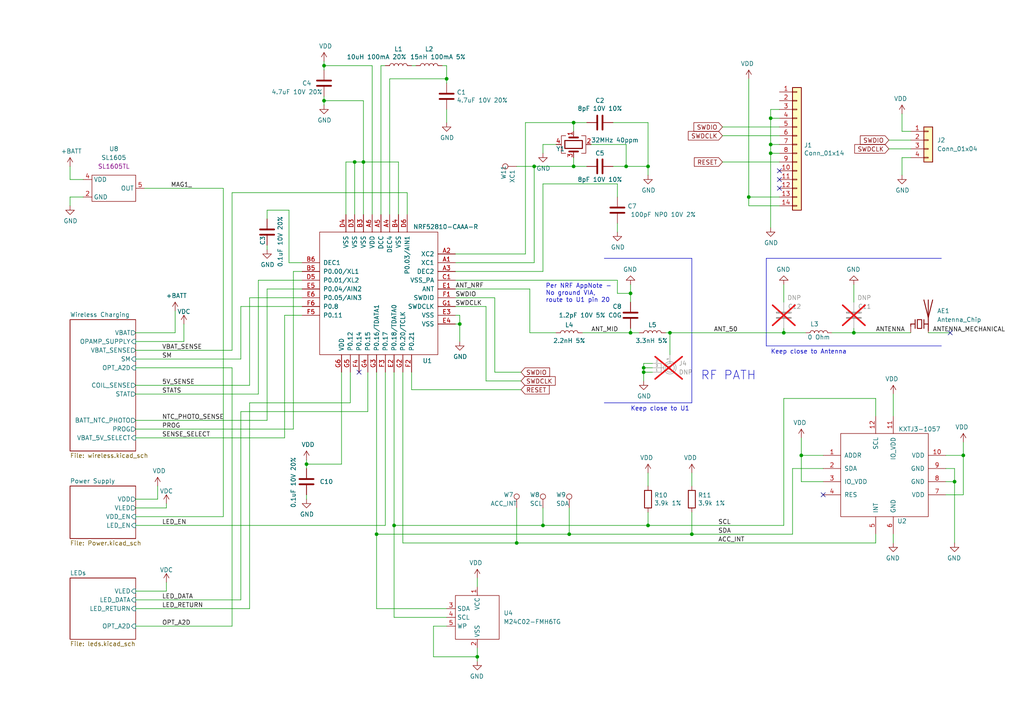
<source format=kicad_sch>
(kicad_sch (version 20250114) (generator "eeschema") (generator_version "9.0")
  (paper "A4")
  (title_block (title "Pixels D20V17 Schematic, Main") (date "2025-10-10") (rev "13") (company "Systemic Games, LLC") (comment 1 "Main MCU, Accelerometer and Radio"))
  (lib_symbols
    (symbol "Connector_Generic:Conn_01x04" (pin_names (offset 1.016) (hide yes))
      (property "Reference" "J" (at 0 5.08 0))
      (property "Value" "Conn_01x04" (at 0 -7.62 0))
      (symbol "Conn_01x04_1_1"
        (rectangle (start -1.27 3.81) (end 1.27 -6.35) (stroke (width 0.254)) (fill (type background)))
        (rectangle (start -1.27 2.667) (end 0 2.413) (stroke (width 0.1524)))
        (rectangle (start -1.27 0.127) (end 0 -0.127) (stroke (width 0.1524)))
        (rectangle (start -1.27 -2.413) (end 0 -2.667) (stroke (width 0.1524)))
        (rectangle (start -1.27 -4.953) (end 0 -5.207) (stroke (width 0.1524)))
        (pin passive line (at -5.08 2.54 0) (length 3.81) (name "Pin_1") (number "1"))
        (pin passive line (at -5.08 0 0) (length 3.81) (name "Pin_2") (number "2"))
        (pin passive line (at -5.08 -2.54 0) (length 3.81) (name "Pin_3") (number "3"))
        (pin passive line (at -5.08 -5.08 0) (length 3.81) (name "Pin_4") (number "4"))
      )
    )
    (symbol "Connector_Generic:Conn_01x14" (pin_names (offset 1.016) (hide yes))
      (property "Reference" "J" (at 0 17.78 0))
      (property "Value" "Conn_01x14" (at 0 -20.32 0))
      (symbol "Conn_01x14_1_1"
        (rectangle (start -1.27 16.51) (end 1.27 -19.05) (stroke (width 0.254)) (fill (type background)))
        (rectangle (start -1.27 15.367) (end 0 15.113) (stroke (width 0.1524)))
        (rectangle (start -1.27 12.827) (end 0 12.573) (stroke (width 0.1524)))
        (rectangle (start -1.27 10.287) (end 0 10.033) (stroke (width 0.1524)))
        (rectangle (start -1.27 7.747) (end 0 7.493) (stroke (width 0.1524)))
        (rectangle (start -1.27 5.207) (end 0 4.953) (stroke (width 0.1524)))
        (rectangle (start -1.27 2.667) (end 0 2.413) (stroke (width 0.1524)))
        (rectangle (start -1.27 0.127) (end 0 -0.127) (stroke (width 0.1524)))
        (rectangle (start -1.27 -2.413) (end 0 -2.667) (stroke (width 0.1524)))
        (rectangle (start -1.27 -4.953) (end 0 -5.207) (stroke (width 0.1524)))
        (rectangle (start -1.27 -7.493) (end 0 -7.747) (stroke (width 0.1524)))
        (rectangle (start -1.27 -10.033) (end 0 -10.287) (stroke (width 0.1524)))
        (rectangle (start -1.27 -12.573) (end 0 -12.827) (stroke (width 0.1524)))
        (rectangle (start -1.27 -15.113) (end 0 -15.367) (stroke (width 0.1524)))
        (rectangle (start -1.27 -17.653) (end 0 -17.907) (stroke (width 0.1524)))
        (pin passive line (at -5.08 15.24 0) (length 3.81) (name "Pin_1") (number "1"))
        (pin passive line (at -5.08 12.7 0) (length 3.81) (name "Pin_2") (number "2"))
        (pin passive line (at -5.08 10.16 0) (length 3.81) (name "Pin_3") (number "3"))
        (pin passive line (at -5.08 7.62 0) (length 3.81) (name "Pin_4") (number "4"))
        (pin passive line (at -5.08 5.08 0) (length 3.81) (name "Pin_5") (number "5"))
        (pin passive line (at -5.08 2.54 0) (length 3.81) (name "Pin_6") (number "6"))
        (pin passive line (at -5.08 0 0) (length 3.81) (name "Pin_7") (number "7"))
        (pin passive line (at -5.08 -2.54 0) (length 3.81) (name "Pin_8") (number "8"))
        (pin passive line (at -5.08 -5.08 0) (length 3.81) (name "Pin_9") (number "9"))
        (pin passive line (at -5.08 -7.62 0) (length 3.81) (name "Pin_10") (number "10"))
        (pin passive line (at -5.08 -10.16 0) (length 3.81) (name "Pin_11") (number "11"))
        (pin passive line (at -5.08 -12.7 0) (length 3.81) (name "Pin_12") (number "12"))
        (pin passive line (at -5.08 -15.24 0) (length 3.81) (name "Pin_13") (number "13"))
        (pin passive line (at -5.08 -17.78 0) (length 3.81) (name "Pin_14") (number "14"))
      )
    )
    (symbol "Device:Antenna_Chip" (pin_numbers (hide yes)) (pin_names (offset 1.016) (hide yes))
      (property "Reference" "AE" (at 0 5.08 0))
      (property "Value" "Antenna_Chip" (at 0 3.175 0))
      (symbol "Antenna_Chip_0_1"
        (polyline (pts (xy -2.54 0) (xy -2.54 -0.635)) (stroke (width 0.254)))
        (polyline (pts (xy -2.54 0) (xy -1.27 0)) (stroke (width 0.254)))
        (polyline (pts (xy -1.27 1.27) (xy -1.27 -1.27) (xy -1.27 0)) (stroke (width 0.254)))
        (polyline (pts (xy -0.635 1.27) (xy 0.635 1.27) (xy 0.635 -1.27) (xy -0.635 -1.27) (xy -0.635 1.27)) (stroke (width 0.254)))
        (polyline (pts (xy 1.27 1.27) (xy 1.27 -1.27)) (stroke (width 0.254)))
        (polyline (pts (xy 1.27 0) (xy 2.54 0)) (stroke (width 0.254)))
        (polyline (pts (xy 2.54 6.985) (xy 2.54 -1.905)) (stroke (width 0.254)))
        (polyline (pts (xy 2.54 -0.635) (xy 2.54 0)))
        (polyline (pts (xy 3.81 6.985) (xy 2.54 1.905) (xy 1.27 6.985)) (stroke (width 0.254)))
      )
      (symbol "Antenna_Chip_1_1"
        (pin input line (at -2.54 -2.54 90) (length 2.54) (name "FEED") (number "1"))
        (pin passive line (at 2.54 -2.54 90) (length 2.54) (name "PCB_Trace") (number "2"))
      )
    )
    (symbol "Device:C" (pin_numbers (hide yes)) (pin_names (offset 0.254))
      (property "Reference" "C" (at 0.635 2.54 0))
      (property "Value" "C" (at 0.635 -2.54 0))
      (symbol "C_0_1"
        (polyline (pts (xy -2.032 0.762) (xy 2.032 0.762)) (stroke (width 0.508)))
        (polyline (pts (xy -2.032 -0.762) (xy 2.032 -0.762)) (stroke (width 0.508)))
      )
      (symbol "C_1_1"
        (pin passive line (at 0 3.81 270) (length 2.794) (name "~") (number "1"))
        (pin passive line (at 0 -3.81 90) (length 2.794) (name "~") (number "2"))
      )
    )
    (symbol "Device:Crystal_GND24" (pin_names (offset 1.016) (hide yes))
      (property "Reference" "Y" (at 3.175 5.08 0))
      (property "Value" "Crystal_GND24" (at 3.175 3.175 0))
      (symbol "Crystal_GND24_0_1"
        (polyline (pts (xy -2.54 2.286) (xy -2.54 3.556) (xy 2.54 3.556) (xy 2.54 2.286)))
        (polyline (pts (xy -2.54 0) (xy -2.032 0)))
        (polyline (pts (xy -2.54 -2.286) (xy -2.54 -3.556) (xy 2.54 -3.556) (xy 2.54 -2.286)))
        (polyline (pts (xy -2.032 -1.27) (xy -2.032 1.27)) (stroke (width 0.508)))
        (rectangle (start -1.143 2.54) (end 1.143 -2.54) (stroke (width 0.3048)))
        (polyline (pts (xy 0 3.556) (xy 0 3.81)))
        (polyline (pts (xy 0 -3.81) (xy 0 -3.556)))
        (polyline (pts (xy 2.032 0) (xy 2.54 0)))
        (polyline (pts (xy 2.032 -1.27) (xy 2.032 1.27)) (stroke (width 0.508)))
      )
      (symbol "Crystal_GND24_1_1"
        (pin passive line (at -3.81 0 0) (length 1.27) (name "1") (number "1"))
        (pin passive line (at 0 5.08 270) (length 1.27) (name "2") (number "2"))
        (pin passive line (at 0 -5.08 90) (length 1.27) (name "4") (number "4"))
        (pin passive line (at 3.81 0 180) (length 1.27) (name "3") (number "3"))
      )
    )
    (symbol "Device:L" (pin_numbers (hide yes)) (pin_names (offset 1.016) (hide yes))
      (property "Reference" "L" (at -1.27 0 90))
      (property "Value" "L" (at 1.905 0 90))
      (symbol "L_0_1"
        (arc (start 0 2.54) (mid 0.6323 1.905) (end 0 1.27))
        (arc (start 0 1.27) (mid 0.6323 0.635) (end 0 0))
        (arc (start 0 0) (mid 0.6323 -0.635) (end 0 -1.27))
        (arc (start 0 -1.27) (mid 0.6323 -1.905) (end 0 -2.54))
      )
      (symbol "L_1_1"
        (pin passive line (at 0 3.81 270) (length 1.27) (name "1") (number "1"))
        (pin passive line (at 0 -3.81 90) (length 1.27) (name "2") (number "2"))
      )
    )
    (symbol "Device:R" (pin_numbers (hide yes)) (pin_names (offset 0))
      (property "Reference" "R" (at 2.032 0 90))
      (property "Value" "R" (at 0 0 90))
      (symbol "R_0_1"
        (rectangle (start -1.016 -2.54) (end 1.016 2.54) (stroke (width 0.254)))
      )
      (symbol "R_1_1"
        (pin passive line (at 0 3.81 270) (length 1.27) (name "~") (number "1"))
        (pin passive line (at 0 -3.81 90) (length 1.27) (name "~") (number "2"))
      )
    )
    (symbol "Pixels-dice:KXTJ3-1057" (pin_names (offset 1.016))
      (property "Reference" "U" (at 10.16 -12.7 0))
      (property "Value" "KXTJ3-1057" (at 8.89 13.97 0))
      (symbol "KXTJ3-1057_0_1"
        (rectangle (start -12.7 12.7) (end 12.7 -11.43))
      )
      (symbol "KXTJ3-1057_1_1"
        (pin input line (at -17.78 6.35 0) (length 5.08) (name "ADDR") (number "1"))
        (pin bidirectional line (at -17.78 2.54 0) (length 5.08) (name "SDA") (number "2"))
        (pin power_in line (at -17.78 -1.27 0) (length 5.08) (name "IO_VDD") (number "3"))
        (pin passive line (at -17.78 -5.08 0) (length 5.08) (name "RES") (number "4"))
        (pin input line (at -2.54 17.78 270) (length 5.08) (name "SCL") (number "12"))
        (pin output line (at -2.54 -16.51 90) (length 5.08) (name "INT") (number "5"))
        (pin power_in line (at 2.54 17.78 270) (length 5.08) (name "IO_VDD") (number "11"))
        (pin power_in line (at 2.54 -16.51 90) (length 5.08) (name "GND") (number "6"))
        (pin power_in line (at 17.78 6.35 180) (length 5.08) (name "VDD") (number "10"))
        (pin power_in line (at 17.78 2.54 180) (length 5.08) (name "GND") (number "9"))
        (pin power_in line (at 17.78 -1.27 180) (length 5.08) (name "GND") (number "8"))
        (pin power_in line (at 17.78 -5.08 180) (length 5.08) (name "VDD") (number "7"))
      )
    )
    (symbol "Pixels-dice:M24C02-FMH6TG"
      (property "Reference" "U" (at 7.62 1.524 0))
      (property "Value" "M24C02-FMH6TG" (at 15.24 -1.524 0))
      (symbol "M24C02-FMH6TG_0_1"
        (rectangle (start -6.35 6.35) (end 6.35 -6.35))
      )
      (symbol "M24C02-FMH6TG_1_1"
        (pin bidirectional line (at -8.89 2.54 0) (length 2.54) (name "SDA") (number "3"))
        (pin input line (at -8.89 0 0) (length 2.54) (name "SCL") (number "4"))
        (pin input line (at -8.89 -2.54 0) (length 2.54) (name "WP") (number "5"))
        (pin power_in line (at 0 8.89 270) (length 2.54) (name "VCC") (number "1"))
        (pin power_in line (at 0 -8.89 90) (length 2.54) (name "VSS") (number "2"))
      )
    )
    (symbol "Pixels-dice:NRF52811-CAAA-R" (pin_names (offset 1.016))
      (property "Reference" "U" (at 13.97 -19.05 0))
      (property "Value" "NRF52811-CAAA-R" (at -7.62 11.43 0))
      (symbol "NRF52811-CAAA-R_0_1"
        (rectangle (start -17.78 17.78) (end 16.51 -17.78))
      )
      (symbol "NRF52811-CAAA-R_1_1"
        (pin power_out line (at -22.86 8.89 0) (length 5.08) (name "DEC1") (number "B6"))
        (pin bidirectional line (at -22.86 6.35 0) (length 5.08) (name "P0.00/XL1") (number "B5"))
        (pin bidirectional line (at -22.86 3.81 0) (length 5.08) (name "P0.01/XL2") (number "D5"))
        (pin bidirectional line (at -22.86 1.27 0) (length 5.08) (name "P0.04/AIN2") (number "E5"))
        (pin bidirectional line (at -22.86 -1.27 0) (length 5.08) (name "P0.05/AIN3") (number "E6"))
        (pin bidirectional line (at -22.86 -3.81 0) (length 5.08) (name "P0.8") (number "F6"))
        (pin bidirectional line (at -22.86 -6.35 0) (length 5.08) (name "P0.11") (number "F5"))
        (pin power_in line (at -11.43 -22.86 90) (length 5.08) (name "VDD") (number "G6"))
        (pin power_in line (at -10.16 22.86 270) (length 5.08) (name "VSS") (number "D4"))
        (pin bidirectional line (at -8.89 -22.86 90) (length 5.08) (name "P0.12") (number "G5"))
        (pin power_in line (at -7.62 22.86 270) (length 5.08) (name "VSS") (number "D3"))
        (pin bidirectional line (at -6.35 -22.86 90) (length 5.08) (name "P0.14") (number "F4"))
        (pin power_in line (at -5.08 22.86 270) (length 5.08) (name "VSS") (number "B3"))
        (pin bidirectional line (at -3.81 -22.86 90) (length 5.08) (name "P0.15") (number "G4"))
        (pin power_in line (at -2.54 22.86 270) (length 5.08) (name "VDD") (number "A6"))
        (pin bidirectional line (at -1.27 -22.86 90) (length 5.08) (name "P0.16/TDATA1") (number "G3"))
        (pin output line (at 0 22.86 270) (length 5.08) (name "DCC") (number "A5"))
        (pin bidirectional line (at 1.27 -22.86 90) (length 5.08) (name "P0.17") (number "F3"))
        (pin output line (at 2.54 22.86 270) (length 5.08) (name "DEC4") (number "A4"))
        (pin bidirectional line (at 3.81 -22.86 90) (length 5.08) (name "P0.18/TDATA0") (number "E2"))
        (pin output line (at 5.08 22.86 270) (length 5.08) (name "VSS") (number "B4"))
        (pin bidirectional line (at 6.35 -22.86 90) (length 5.08) (name "P0.20/TCLK") (number "G2"))
        (pin bidirectional line (at 7.62 22.86 270) (length 5.08) (name "P0.03/AIN1") (number "D6"))
        (pin bidirectional line (at 8.89 -22.86 90) (length 5.08) (name "P0.21") (number "F2"))
        (pin input line (at 21.59 11.43 180) (length 5.08) (name "XC2") (number "A2"))
        (pin output line (at 21.59 8.89 180) (length 5.08) (name "XC1") (number "A1"))
        (pin output line (at 21.59 6.35 180) (length 5.08) (name "DEC2") (number "A3"))
        (pin power_in line (at 21.59 3.81 180) (length 5.08) (name "VSS_PA") (number "C1"))
        (pin output line (at 21.59 1.27 180) (length 5.08) (name "ANT") (number "E1"))
        (pin bidirectional line (at 21.59 -1.27 180) (length 5.08) (name "SWDIO") (number "F1"))
        (pin bidirectional line (at 21.59 -3.81 180) (length 5.08) (name "SWDCLK") (number "G1"))
        (pin power_in line (at 21.59 -6.35 180) (length 5.08) (name "VSS") (number "E3"))
        (pin power_in line (at 21.59 -8.89 180) (length 5.08) (name "VSS") (number "E4"))
      )
    )
    (symbol "Pixels-dice:SL1605"
      (property "Reference" "U" (at 4.064 -5.08 0))
      (property "Value" "SL1605" (at 0 5.588 0))
      (symbol "SL1605_0_1"
        (rectangle (start -6.35 3.81) (end 6.35 -3.81))
      )
      (symbol "SL1605_1_1"
        (pin power_in line (at -8.89 2.54 0) (length 2.54) (name "VDD") (number "4"))
        (pin power_in line (at -8.89 -2.54 0) (length 2.54) (name "GND") (number "2"))
        (pin output line (at 8.89 0 180) (length 2.54) (name "OUT") (number "5"))
      )
    )
    (symbol "Pixels-dice:TEST_1P-conn" (pin_numbers (hide yes)) (pin_names (offset 0.762) (hide yes))
      (property "Reference" "W" (at 0 6.858 0))
      (property "Value" "TEST_1P-conn" (at 0 5.08 0))
      (symbol "TEST_1P-conn_0_1"
        (circle (center 0 3.302) (radius 0.762))
      )
      (symbol "TEST_1P-conn_1_1"
        (pin passive line (at 0 0 90) (length 2.54) (name "1") (number "1"))
      )
    )
    (symbol "Pixels-dice:W.FL"
      (property "Reference" "J" (at 3.81 -1.27 0))
      (property "Value" "W.FL" (at 4.445 1.27 0))
      (symbol "W.FL_0_1"
        (polyline (pts (xy -1.27 -2.54) (xy 1.27 -2.54)))
        (circle (center 0 0) (radius 1.27))
        (circle (center 0 0) (radius 1.7961))
        (polyline (pts (xy 0 -2.54) (xy 0 -1.905)))
      )
      (symbol "W.FL_1_1"
        (pin passive line (at -3.81 0 0) (length 2.54) (name "RF") (number "4"))
        (pin passive line (at -1.27 -5.08 90) (length 2.54) (name "") (number "2"))
        (pin passive line (at 0 -5.08 90) (length 2.54) (name "") (number "3"))
        (pin passive line (at 1.27 -5.08 90) (length 2.54) (name "") (number "1"))
      )
    )
    (symbol "power:+BATT" (power) (pin_names (offset 0))
      (property "Value" "+BATT" (at 0 3.556 0))
      (symbol "+BATT_0_1"
        (polyline (pts (xy -0.762 1.27) (xy 0 2.54)))
        (polyline (pts (xy 0 2.54) (xy 0.762 1.27)))
        (polyline (pts (xy 0 0) (xy 0 2.54)))
      )
      (symbol "+BATT_1_1"
        (pin power_in line (at 0 0 90) (length 0) (hide yes) (name "+BATT") (number "1"))
      )
    )
    (symbol "power:GND" (power) (pin_names (offset 0))
      (property "Value" "GND" (at 0 -3.81 0))
      (symbol "GND_0_1"
        (polyline (pts (xy 0 0) (xy 0 -1.27) (xy 1.27 -1.27) (xy 0 -2.54) (xy -1.27 -1.27) (xy 0 -1.27)))
      )
      (symbol "GND_1_1"
        (pin power_in line (at 0 0 270) (length 0) (hide yes) (name "GND") (number "1"))
      )
    )
    (symbol "power:VDC" (power) (pin_names (offset 0))
      (property "Value" "VDC" (at 0 6.35 0))
      (symbol "VDC_0_1"
        (polyline (pts (xy -0.762 1.27) (xy 0 2.54)))
        (polyline (pts (xy 0 2.54) (xy 0.762 1.27)))
        (polyline (pts (xy 0 0) (xy 0 2.54)))
      )
      (symbol "VDC_1_1"
        (pin power_in line (at 0 0 90) (length 0) (hide yes) (name "VDC") (number "1"))
      )
    )
    (symbol "power:VDD" (power) (pin_names (offset 0))
      (property "Value" "VDD" (at 0 3.81 0))
      (symbol "VDD_0_1"
        (polyline (pts (xy -0.762 1.27) (xy 0 2.54)))
        (polyline (pts (xy 0 2.54) (xy 0.762 1.27)))
        (polyline (pts (xy 0 0) (xy 0 2.54)))
      )
      (symbol "VDD_1_1"
        (pin power_in line (at 0 0 90) (length 0) (hide yes) (name "VDD") (number "1"))
      )
    )
  )
  (text "Per NRF AppNote -\nNo ground VIA,\nroute to U1 pin 20" (at 158.242 87.884 0) (effects (font (size 1.27 1.27)) (justify left bottom)))
  (text "RF PATH" (at 203.2 110.49 0) (effects (font (size 2.54 2.54)) (justify left bottom)))
  (text "Keep close to Antenna" (at 223.52 102.87 0) (effects (font (size 1.27 1.27)) (justify left bottom)))
  (text "Keep close to U1" (at 182.88 119.38 0) (effects (font (size 1.27 1.27)) (justify left bottom)))
  (junction (at 138.43 190.5))
  (junction (at 105.41 46.99))
  (junction (at 181.61 48.26))
  (junction (at 232.41 132.08))
  (junction (at 194.31 96.52))
  (junction (at 187.96 152.4))
  (junction (at 166.37 48.26))
  (junction (at 223.52 41.91))
  (junction (at 149.86 157.48))
  (junction (at 165.1 154.94))
  (junction (at 200.66 154.94))
  (junction (at 279.4 132.08))
  (junction (at 182.88 96.52))
  (junction (at 227.33 96.52))
  (junction (at 129.54 22.86))
  (junction (at 182.88 85.09))
  (junction (at 93.98 19.05))
  (junction (at 223.52 34.29))
  (junction (at 88.9 134.62))
  (junction (at 247.65 96.52))
  (junction (at 187.96 48.26))
  (junction (at 276.86 139.7))
  (junction (at 114.3 152.4))
  (junction (at 109.22 154.94))
  (junction (at 217.17 57.15))
  (junction (at 133.35 93.98))
  (junction (at 157.48 152.4))
  (junction (at 93.98 29.21))
  (junction (at 102.87 46.99))
  (junction (at 223.52 44.45))
  (junction (at 186.69 107.95))
  (junction (at 154.94 48.26))
  (junction (at 166.37 35.56))
  (junction (at 186.69 106.68))
  (no_connect (at 275.59 96.52))
  (no_connect (at 226.06 49.53))
  (no_connect (at 104.14 107.95))
  (no_connect (at 226.06 52.07))
  (no_connect (at 226.06 54.61))
  (no_connect (at 238.76 143.51))
  (wire (pts (xy 105.41 29.21) (xy 93.98 29.21)))
  (wire (pts (xy 105.41 62.23) (xy 105.41 46.99)))
  (wire (pts (xy 114.3 152.4) (xy 157.48 152.4)))
  (wire (pts (xy 125.73 190.5) (xy 138.43 190.5)))
  (wire (pts (xy 209.55 46.99) (xy 226.06 46.99)))
  (wire (pts (xy 67.31 55.88) (xy 67.31 101.6)))
  (wire (pts (xy 149.86 147.32) (xy 149.86 157.48)))
  (wire (pts (xy 279.4 132.08) (xy 274.32 132.08)))
  (wire (pts (xy 181.61 41.91) (xy 181.61 48.26)))
  (wire (pts (xy 254 120.65) (xy 254 115.57)))
  (wire (pts (xy 149.86 48.26) (xy 154.94 48.26)))
  (wire (pts (xy 154.94 76.2) (xy 154.94 48.26)))
  (wire (pts (xy 93.98 17.78) (xy 93.98 19.05)))
  (wire (pts (xy 67.31 106.68) (xy 67.31 181.61)))
  (wire (pts (xy 48.26 146.05) (xy 48.26 147.32)))
  (wire (pts (xy 67.31 181.61) (xy 39.37 181.61)))
  (wire (pts (xy 177.8 48.26) (xy 181.61 48.26)))
  (wire (pts (xy 140.97 110.49) (xy 151.13 110.49)))
  (wire (pts (xy 132.08 73.66) (xy 152.4 73.66)))
  (wire (pts (xy 74.93 81.28) (xy 87.63 81.28)))
  (wire (pts (xy 39.37 104.14) (xy 69.85 104.14)))
  (wire (pts (xy 77.47 83.82) (xy 77.47 121.92)))
  (wire (pts (xy 223.52 31.75) (xy 223.52 34.29)))
  (polyline (pts (xy 222.25 74.93) (xy 222.25 100.33)))
  (wire (pts (xy 187.96 35.56) (xy 187.96 48.26)))
  (wire (pts (xy 69.85 173.99) (xy 39.37 173.99)))
  (wire (pts (xy 166.37 35.56) (xy 170.18 35.56)))
  (wire (pts (xy 217.17 57.15) (xy 217.17 59.69)))
  (wire (pts (xy 189.23 106.68) (xy 186.69 106.68)))
  (wire (pts (xy 279.4 143.51) (xy 274.32 143.51)))
  (wire (pts (xy 226.06 57.15) (xy 217.17 57.15)))
  (wire (pts (xy 39.37 114.3) (xy 74.93 114.3)))
  (polyline (pts (xy 222.25 100.33) (xy 273.05 100.33)))
  (wire (pts (xy 132.08 83.82) (xy 153.67 83.82)))
  (wire (pts (xy 39.37 147.32) (xy 48.26 147.32)))
  (wire (pts (xy 114.3 152.4) (xy 114.3 179.07)))
  (wire (pts (xy 116.84 107.95) (xy 116.84 157.48)))
  (wire (pts (xy 276.86 139.7) (xy 276.86 157.48)))
  (wire (pts (xy 186.69 105.41) (xy 186.69 106.68)))
  (wire (pts (xy 226.06 44.45) (xy 223.52 44.45)))
  (wire (pts (xy 129.54 31.75) (xy 129.54 35.56)))
  (wire (pts (xy 39.37 111.76) (xy 72.39 111.76)))
  (wire (pts (xy 111.76 19.05) (xy 110.49 19.05)))
  (wire (pts (xy 39.37 171.45) (xy 48.26 171.45)))
  (wire (pts (xy 88.9 134.62) (xy 88.9 135.89)))
  (wire (pts (xy 132.08 81.28) (xy 179.07 81.28)))
  (wire (pts (xy 77.47 83.82) (xy 87.63 83.82)))
  (wire (pts (xy 88.9 134.62) (xy 99.06 134.62)))
  (wire (pts (xy 149.86 157.48) (xy 254 157.48)))
  (wire (pts (xy 279.4 132.08) (xy 279.4 143.51)))
  (wire (pts (xy 119.38 113.03) (xy 151.13 113.03)))
  (wire (pts (xy 39.37 127) (xy 82.55 127)))
  (wire (pts (xy 39.37 149.86) (xy 64.77 149.86)))
  (wire (pts (xy 152.4 73.66) (xy 152.4 35.56)))
  (wire (pts (xy 53.34 93.98) (xy 53.34 99.06)))
  (wire (pts (xy 179.07 85.09) (xy 182.88 85.09)))
  (wire (pts (xy 132.08 86.36) (xy 143.51 86.36)))
  (wire (pts (xy 226.06 34.29) (xy 223.52 34.29)))
  (wire (pts (xy 102.87 46.99) (xy 105.41 46.99)))
  (wire (pts (xy 153.67 96.52) (xy 161.29 96.52)))
  (wire (pts (xy 39.37 106.68) (xy 67.31 106.68)))
  (wire (pts (xy 133.35 91.44) (xy 133.35 93.98)))
  (wire (pts (xy 69.85 119.38) (xy 106.68 119.38)))
  (wire (pts (xy 88.9 134.62) (xy 88.9 133.35)))
  (wire (pts (xy 102.87 46.99) (xy 102.87 62.23)))
  (wire (pts (xy 189.23 107.95) (xy 186.69 107.95)))
  (wire (pts (xy 143.51 107.95) (xy 151.13 107.95)))
  (wire (pts (xy 69.85 104.14) (xy 69.85 88.9)))
  (wire (pts (xy 259.08 154.94) (xy 259.08 157.48)))
  (wire (pts (xy 168.91 96.52) (xy 182.88 96.52)))
  (wire (pts (xy 161.29 41.91) (xy 157.48 41.91)))
  (wire (pts (xy 257.81 43.18) (xy 264.16 43.18)))
  (wire (pts (xy 85.09 78.74) (xy 87.63 78.74)))
  (wire (pts (xy 114.3 107.95) (xy 114.3 152.4)))
  (wire (pts (xy 93.98 19.05) (xy 93.98 20.32)))
  (wire (pts (xy 41.91 54.61) (xy 64.77 54.61)))
  (wire (pts (xy 179.07 81.28) (xy 179.07 85.09)))
  (wire (pts (xy 129.54 22.86) (xy 129.54 24.13)))
  (wire (pts (xy 45.72 144.78) (xy 45.72 140.97)))
  (wire (pts (xy 186.69 106.68) (xy 186.69 107.95)))
  (wire (pts (xy 194.31 96.52) (xy 194.31 102.87)))
  (wire (pts (xy 279.4 128.27) (xy 279.4 132.08)))
  (wire (pts (xy 209.55 39.37) (xy 226.06 39.37)))
  (wire (pts (xy 125.73 181.61) (xy 125.73 190.5)))
  (wire (pts (xy 109.22 107.95) (xy 109.22 154.94)))
  (wire (pts (xy 128.27 19.05) (xy 129.54 19.05)))
  (wire (pts (xy 129.54 22.86) (xy 113.03 22.86)))
  (wire (pts (xy 165.1 154.94) (xy 200.66 154.94)))
  (wire (pts (xy 193.04 96.52) (xy 194.31 96.52)))
  (wire (pts (xy 177.8 35.56) (xy 187.96 35.56)))
  (wire (pts (xy 200.66 148.59) (xy 200.66 154.94)))
  (wire (pts (xy 20.32 48.26) (xy 20.32 52.07)))
  (wire (pts (xy 69.85 88.9) (xy 87.63 88.9)))
  (wire (pts (xy 39.37 124.46) (xy 85.09 124.46)))
  (wire (pts (xy 74.93 114.3) (xy 74.93 81.28)))
  (polyline (pts (xy 175.26 116.84) (xy 200.66 116.84)))
  (wire (pts (xy 232.41 132.08) (xy 238.76 132.08)))
  (wire (pts (xy 100.33 62.23) (xy 100.33 46.99)))
  (wire (pts (xy 154.94 48.26) (xy 166.37 48.26)))
  (wire (pts (xy 247.65 82.55) (xy 247.65 87.63)))
  (wire (pts (xy 39.37 99.06) (xy 53.34 99.06)))
  (wire (pts (xy 187.96 148.59) (xy 187.96 152.4)))
  (wire (pts (xy 209.55 36.83) (xy 226.06 36.83)))
  (wire (pts (xy 227.33 96.52) (xy 233.68 96.52)))
  (wire (pts (xy 64.77 149.86) (xy 64.77 54.61)))
  (wire (pts (xy 194.31 96.52) (xy 227.33 96.52)))
  (wire (pts (xy 138.43 167.64) (xy 138.43 170.18)))
  (polyline (pts (xy 200.66 74.93) (xy 200.66 116.84)))
  (wire (pts (xy 259.08 114.3) (xy 259.08 120.65)))
  (wire (pts (xy 166.37 48.26) (xy 170.18 48.26)))
  (wire (pts (xy 132.08 91.44) (xy 133.35 91.44)))
  (wire (pts (xy 254 115.57) (xy 227.33 115.57)))
  (wire (pts (xy 182.88 82.55) (xy 182.88 85.09)))
  (wire (pts (xy 24.13 57.15) (xy 20.32 57.15)))
  (wire (pts (xy 179.07 53.34) (xy 179.07 57.15)))
  (wire (pts (xy 261.62 33.02) (xy 261.62 38.1)))
  (wire (pts (xy 88.9 143.51) (xy 88.9 144.78)))
  (wire (pts (xy 69.85 119.38) (xy 69.85 173.99)))
  (wire (pts (xy 93.98 29.21) (xy 93.98 30.48)))
  (wire (pts (xy 200.66 137.16) (xy 200.66 140.97)))
  (wire (pts (xy 157.48 152.4) (xy 187.96 152.4)))
  (wire (pts (xy 138.43 190.5) (xy 138.43 191.77)))
  (wire (pts (xy 109.22 154.94) (xy 165.1 154.94)))
  (wire (pts (xy 152.4 35.56) (xy 166.37 35.56)))
  (wire (pts (xy 72.39 86.36) (xy 72.39 111.76)))
  (wire (pts (xy 39.37 144.78) (xy 45.72 144.78)))
  (wire (pts (xy 20.32 57.15) (xy 20.32 59.69)))
  (wire (pts (xy 186.69 107.95) (xy 186.69 110.49)))
  (wire (pts (xy 39.37 121.92) (xy 77.47 121.92)))
  (wire (pts (xy 129.54 19.05) (xy 129.54 22.86)))
  (wire (pts (xy 200.66 154.94) (xy 229.87 154.94)))
  (wire (pts (xy 241.3 96.52) (xy 247.65 96.52)))
  (wire (pts (xy 217.17 22.86) (xy 217.17 57.15)))
  (wire (pts (xy 238.76 135.89) (xy 229.87 135.89)))
  (wire (pts (xy 85.09 78.74) (xy 85.09 124.46)))
  (wire (pts (xy 87.63 76.2) (xy 83.82 76.2)))
  (wire (pts (xy 227.33 82.55) (xy 227.33 87.63)))
  (wire (pts (xy 107.95 19.05) (xy 93.98 19.05)))
  (wire (pts (xy 261.62 38.1) (xy 264.16 38.1)))
  (wire (pts (xy 140.97 88.9) (xy 140.97 110.49)))
  (wire (pts (xy 254 154.94) (xy 254 157.48)))
  (wire (pts (xy 72.39 116.84) (xy 101.6 116.84)))
  (wire (pts (xy 118.11 55.88) (xy 67.31 55.88)))
  (wire (pts (xy 105.41 46.99) (xy 105.41 29.21)))
  (wire (pts (xy 223.52 44.45) (xy 223.52 66.04)))
  (wire (pts (xy 171.45 41.91) (xy 181.61 41.91)))
  (polyline (pts (xy 175.26 74.93) (xy 200.66 74.93)))
  (wire (pts (xy 109.22 154.94) (xy 109.22 176.53)))
  (wire (pts (xy 226.06 41.91) (xy 223.52 41.91)))
  (wire (pts (xy 106.68 107.95) (xy 106.68 119.38)))
  (wire (pts (xy 119.38 113.03) (xy 119.38 107.95)))
  (wire (pts (xy 111.76 152.4) (xy 111.76 107.95)))
  (wire (pts (xy 153.67 83.82) (xy 153.67 96.52)))
  (polyline (pts (xy 222.25 74.93) (xy 273.05 74.93)))
  (wire (pts (xy 132.08 88.9) (xy 140.97 88.9)))
  (wire (pts (xy 165.1 147.32) (xy 165.1 154.94)))
  (wire (pts (xy 77.47 71.12) (xy 77.47 72.39)))
  (wire (pts (xy 232.41 132.08) (xy 232.41 127)))
  (wire (pts (xy 109.22 176.53) (xy 129.54 176.53)))
  (wire (pts (xy 132.08 93.98) (xy 133.35 93.98)))
  (wire (pts (xy 115.57 62.23) (xy 115.57 46.99)))
  (wire (pts (xy 110.49 19.05) (xy 110.49 62.23)))
  (wire (pts (xy 118.11 62.23) (xy 118.11 55.88)))
  (wire (pts (xy 100.33 46.99) (xy 102.87 46.99)))
  (wire (pts (xy 115.57 46.99) (xy 105.41 46.99)))
  (wire (pts (xy 223.52 41.91) (xy 223.52 44.45)))
  (wire (pts (xy 232.41 139.7) (xy 232.41 132.08)))
  (wire (pts (xy 138.43 187.96) (xy 138.43 190.5)))
  (wire (pts (xy 101.6 107.95) (xy 101.6 116.84)))
  (wire (pts (xy 157.48 147.32) (xy 157.48 152.4)))
  (wire (pts (xy 83.82 60.96) (xy 77.47 60.96)))
  (wire (pts (xy 72.39 176.53) (xy 39.37 176.53)))
  (wire (pts (xy 182.88 95.25) (xy 182.88 96.52)))
  (wire (pts (xy 187.96 137.16) (xy 187.96 140.97)))
  (wire (pts (xy 261.62 45.72) (xy 261.62 50.8)))
  (wire (pts (xy 143.51 86.36) (xy 143.51 107.95)))
  (wire (pts (xy 129.54 179.07) (xy 114.3 179.07)))
  (wire (pts (xy 93.98 27.94) (xy 93.98 29.21)))
  (wire (pts (xy 276.86 135.89) (xy 276.86 139.7)))
  (wire (pts (xy 157.48 53.34) (xy 157.48 78.74)))
  (wire (pts (xy 20.32 52.07) (xy 24.13 52.07)))
  (wire (pts (xy 113.03 22.86) (xy 113.03 62.23)))
  (wire (pts (xy 181.61 48.26) (xy 187.96 48.26)))
  (wire (pts (xy 274.32 139.7) (xy 276.86 139.7)))
  (wire (pts (xy 247.65 96.52) (xy 264.16 96.52)))
  (wire (pts (xy 116.84 157.48) (xy 149.86 157.48)))
  (wire (pts (xy 39.37 152.4) (xy 111.76 152.4)))
  (wire (pts (xy 223.52 31.75) (xy 226.06 31.75)))
  (wire (pts (xy 182.88 96.52) (xy 185.42 96.52)))
  (wire (pts (xy 229.87 135.89) (xy 229.87 154.94)))
  (wire (pts (xy 39.37 96.52) (xy 50.8 96.52)))
  (wire (pts (xy 187.96 152.4) (xy 227.33 152.4)))
  (wire (pts (xy 227.33 115.57) (xy 227.33 152.4)))
  (wire (pts (xy 182.88 85.09) (xy 182.88 87.63)))
  (wire (pts (xy 179.07 64.77) (xy 179.07 67.31)))
  (wire (pts (xy 223.52 34.29) (xy 223.52 41.91)))
  (wire (pts (xy 157.48 41.91) (xy 157.48 44.45)))
  (wire (pts (xy 72.39 86.36) (xy 87.63 86.36)))
  (wire (pts (xy 119.38 19.05) (xy 120.65 19.05)))
  (wire (pts (xy 261.62 45.72) (xy 264.16 45.72)))
  (wire (pts (xy 187.96 48.26) (xy 187.96 50.8)))
  (wire (pts (xy 166.37 45.72) (xy 166.37 48.26)))
  (wire (pts (xy 133.35 93.98) (xy 133.35 99.06)))
  (wire (pts (xy 166.37 38.1) (xy 166.37 35.56)))
  (wire (pts (xy 179.07 53.34) (xy 157.48 53.34)))
  (wire (pts (xy 82.55 91.44) (xy 82.55 127)))
  (wire (pts (xy 247.65 95.25) (xy 247.65 96.52)))
  (wire (pts (xy 269.24 96.52) (xy 275.59 96.52)))
  (wire (pts (xy 83.82 60.96) (xy 83.82 76.2)))
  (wire (pts (xy 72.39 116.84) (xy 72.39 176.53)))
  (wire (pts (xy 238.76 139.7) (xy 232.41 139.7)))
  (wire (pts (xy 77.47 60.96) (xy 77.47 63.5)))
  (wire (pts (xy 48.26 168.91) (xy 48.26 171.45)))
  (wire (pts (xy 107.95 19.05) (xy 107.95 62.23)))
  (wire (pts (xy 129.54 181.61) (xy 125.73 181.61)))
  (wire (pts (xy 189.23 105.41) (xy 186.69 105.41)))
  (wire (pts (xy 217.17 59.69) (xy 226.06 59.69)))
  (wire (pts (xy 132.08 76.2) (xy 154.94 76.2)))
  (wire (pts (xy 99.06 107.95) (xy 99.06 134.62)))
  (wire (pts (xy 50.8 90.17) (xy 50.8 96.52)))
  (wire (pts (xy 87.63 91.44) (xy 82.55 91.44)))
  (wire (pts (xy 257.81 40.64) (xy 264.16 40.64)))
  (wire (pts (xy 227.33 95.25) (xy 227.33 96.52)))
  (wire (pts (xy 132.08 78.74) (xy 157.48 78.74)))
  (wire (pts (xy 274.32 135.89) (xy 276.86 135.89)))
  (wire (pts (xy 39.37 101.6) (xy 67.31 101.6)))
  (label "ANTENNA_MECHANICAL" (at 270.51 96.52 0))
  (label "PROG" (at 46.99 124.46 0))
  (label "ACC_INT" (at 208.28 157.48 0))
  (label "ANT_50" (at 207.01 96.52 0))
  (label "SWDCLK" (at 132.08 88.9 0))
  (label "VBAT_SENSE" (at 46.99 101.6 0))
  (label "SENSE_SELECT" (at 46.99 127 0))
  (label "5V_SENSE" (at 46.99 111.76 0))
  (label "NTC_PHOTO_SENSE" (at 46.99 121.92 0))
  (label "ANT_NRF" (at 132.08 83.82 0))
  (label "SDA" (at 208.28 154.94 0))
  (label "SM" (at 46.99 104.14 0))
  (label "LED_EN" (at 46.99 152.4 0))
  (label "ANTENNA" (at 254 96.52 0))
  (label "SWDIO" (at 132.08 86.36 0))
  (label "MAG1_" (at 49.53 54.61 0))
  (label "LED_RETURN" (at 46.99 176.53 0))
  (label "ANT_MID" (at 171.45 96.52 0))
  (label "LED_DATA" (at 46.99 173.99 0))
  (label "SCL" (at 208.28 152.4 0))
  (label "OPT_A2D" (at 46.99 181.61 0))
  (label "STATS" (at 46.99 114.3 0))
  (global_label "SWDCLK" (shape input) (at 257.81 43.18 180) (property "Intersheetrefs" "${INTERSHEET_REFS}" (effects (hide yes))))
  (global_label "SWDIO" (shape input) (at 151.13 107.95 0) (property "Intersheetrefs" "${INTERSHEET_REFS}" (effects (hide yes))))
  (global_label "SWDCLK" (shape input) (at 209.55 39.37 180) (property "Intersheetrefs" "${INTERSHEET_REFS}" (effects (hide yes))))
  (global_label "RESET" (shape input) (at 209.55 46.99 180) (property "Intersheetrefs" "${INTERSHEET_REFS}" (effects (hide yes))))
  (global_label "SWDCLK" (shape input) (at 151.13 110.49 0) (property "Intersheetrefs" "${INTERSHEET_REFS}" (effects (hide yes))))
  (global_label "RESET" (shape input) (at 151.13 113.03 0) (property "Intersheetrefs" "${INTERSHEET_REFS}" (effects (hide yes))))
  (global_label "SWDIO" (shape input) (at 209.55 36.83 180) (property "Intersheetrefs" "${INTERSHEET_REFS}" (effects (hide yes))))
  (global_label "SWDIO" (shape input) (at 257.81 40.64 180) (property "Intersheetrefs" "${INTERSHEET_REFS}" (effects (hide yes))))
  (symbol (lib_id "power:GND") (at 88.9 144.78 0) (unit 1)
    (property "Reference" "#PWR016" (effects (hide yes)))
    (property "Value" "GND" (at 89.027 149.1742 0))
  )
  (symbol (lib_id "power:VDD") (at 88.9 133.35 0) (unit 1)
    (property "Reference" "#PWR014" (effects (hide yes)))
    (property "Value" "VDD" (at 89.3318 128.9558 0))
  )
  (symbol (lib_id "Device:C") (at 88.9 139.7 0) (unit 1)
    (property "Reference" "C10" (at 92.71 139.7 0) (effects (justify left)))
    (property "Value" "0.1uF 10V 20%" (at 85.09 147.32 90) (effects (justify left)))
    (property "Footprint" "Capacitor_SMD:C_0201_0603Metric" (effects (hide yes)))
    (property "Generic OK" "YES" (effects (hide yes)))
    (property "Manufacturer" "HRE" (effects (hide yes)))
    (property "Part Number" "CGA0201X5R104K100ET" (effects (hide yes)))
    (property "LCSC Part #" "C6119757" (effects (hide yes)))
  )
  (symbol (lib_id "power:GND") (at 93.98 30.48 0) (unit 1)
    (property "Reference" "#PWR08" (effects (hide yes)))
    (property "Value" "GND" (at 94.107 34.8742 0))
  )
  (symbol (lib_id "power:VDD") (at 93.98 17.78 0) (unit 1)
    (property "Reference" "#PWR01" (effects (hide yes)))
    (property "Value" "VDD" (at 94.4118 13.3858 0))
  )
  (symbol (lib_id "Device:C") (at 93.98 24.13 0) (unit 1)
    (property "Reference" "C4" (at 87.63 24.13 0) (effects (justify left)))
    (property "Value" "4.7uF 10V 20%" (at 78.74 26.67 0) (effects (justify left)))
    (property "Footprint" "Pixels-dice:C_0402_1005Metric" (effects (hide yes)))
    (property "Generic OK" "YES" (effects (hide yes)))
    (property "Manufacturer" "Murata" (effects (hide yes)))
    (property "Part Number" "GRM155R61A475MEAAJ" (effects (hide yes)))
    (property "Alternate Manufacturer" "Samsung Electro-Mechanics" (effects (hide yes)))
    (property "Alternate PN" "CL05A475MP5NRNC" (effects (hide yes)))
    (property "Alternate LCSC Part #" "C23733" (effects (hide yes)))
    (property "LCSC Part #" "C1849652" (effects (hide yes)))
  )
  (symbol (lib_id "power:GND") (at 77.47 72.39 0) (unit 1)
    (property "Reference" "#PWR05" (effects (hide yes)))
    (property "Value" "GND" (at 77.597 76.7842 0))
  )
  (symbol (lib_id "Device:C") (at 77.47 67.31 0) (unit 1)
    (property "Reference" "C3" (at 76.2 71.12 90) (effects (justify left)))
    (property "Value" "0.1uF 10V 20%" (at 81.28 77.47 90) (effects (justify left)))
    (property "Footprint" "Capacitor_SMD:C_0201_0603Metric" (effects (hide yes)))
    (property "Generic OK" "YES" (effects (hide yes)))
    (property "Manufacturer" "HRE" (effects (hide yes)))
    (property "Part Number" "CGA0201X5R104K100ET" (effects (hide yes)))
    (property "LCSC Part #" "C6119757" (effects (hide yes)))
  )
  (symbol (lib_id "Device:L") (at 115.57 19.05 90) (unit 1)
    (property "Reference" "L1" (at 115.57 14.224 90))
    (property "Value" "10uH 100mA 20%" (at 109.22 16.51 90))
    (property "Footprint" "Pixels-dice:C_1.2x1.8" (effects (hide yes)))
    (property "Generic OK" "YES" (effects (hide yes)))
    (property "Manufacturer" "Sunltech Tech" (effects (hide yes)))
    (property "Part Number" "SLC1608F100KTT" (effects (hide yes)))
    (property "LCSC Part #" "C411908" (effects (hide yes)))
  )
  (symbol (lib_id "Device:L") (at 124.46 19.05 90) (unit 1)
    (property "Reference" "L2" (at 124.46 14.224 90))
    (property "Value" "15nH 100mA 5%" (at 127 16.51 90))
    (property "Footprint" "Inductor_SMD:L_0402_1005Metric" (effects (hide yes)))
    (property "Generic OK" "YES" (effects (hide yes)))
    (property "Manufacturer" "FH" (effects (hide yes)))
    (property "Part Number" "VHF100505H15NKT" (effects (hide yes)))
    (property "LCSC Part #" "C381880" (effects (hide yes)))
  )
  (symbol (lib_id "Device:C") (at 129.54 27.94 0) (unit 1)
    (property "Reference" "C1" (at 132.461 26.7716 0) (effects (justify left)))
    (property "Value" "4.7uF 10V 20%" (at 132.461 29.083 0) (effects (justify left)))
    (property "Footprint" "Pixels-dice:C_0402_1005Metric" (effects (hide yes)))
    (property "Generic OK" "YES" (effects (hide yes)))
    (property "Manufacturer" "Murata" (effects (hide yes)))
    (property "Part Number" "GRM155R61A475MEAAJ" (effects (hide yes)))
    (property "Alternate Manufacturer" "Samsung Electro-Mechanics" (effects (hide yes)))
    (property "Alternate PN" "CL05A475MP5NRNC" (effects (hide yes)))
    (property "Alternate LCSC Part #" "C23733" (effects (hide yes)))
    (property "LCSC Part #" "C1849652" (effects (hide yes)))
  )
  (symbol (lib_id "power:GND") (at 129.54 35.56 0) (unit 1)
    (property "Reference" "#PWR03" (effects (hide yes)))
    (property "Value" "GND" (at 129.667 39.9542 0))
  )
  (symbol (lib_id "Device:Crystal_GND24") (at 166.37 41.91 270) (unit 1)
    (property "Reference" "Y1" (at 161.29 43.18 90) (effects (justify left)))
    (property "Value" "32MHz 40ppm" (at 171.45 40.64 90) (effects (justify left)))
    (property "Footprint" "Pixels-dice:SX16Y032000B81T001" (effects (hide yes)))
    (property "Generic OK" "YES" (effects (hide yes)))
    (property "Manufacturer" "TKD" (effects (hide yes)))
    (property "Part Number" "SX16Y032000B81T001" (effects (hide yes)))
    (property "Alternate Manufacturer" "TXC Corp" (effects (hide yes)))
    (property "Alternate PN" "8Q32000002" (effects (hide yes)))
    (property "Alternate LCSC Part #" "C5203640" (effects (hide yes)))
    (property "LCSC Part #" "C20623629" (effects (hide yes)))
  )
  (symbol (lib_id "Device:C") (at 173.99 35.56 270) (unit 1)
    (property "Reference" "C2" (at 173.99 29.1592 90))
    (property "Value" "8pF 10V 10%" (at 173.99 31.4706 90))
    (property "Footprint" "Capacitor_SMD:C_0201_0603Metric" (effects (hide yes)))
    (property "Generic OK" "YES" (effects (hide yes)))
    (property "Manufacturer" "FH (Guangdong Fenghua Advanced Tech)" (effects (hide yes)))
    (property "Part Number" "0201CG8R0C500NT" (effects (hide yes)))
    (property "LCSC Part #" "C501818" (effects (hide yes)))
  )
  (symbol (lib_id "Device:C") (at 173.99 48.26 270) (unit 1)
    (property "Reference" "C5" (at 173.99 44.45 90))
    (property "Value" "8pF 10V 10%" (at 173.99 52.07 90))
    (property "Footprint" "Capacitor_SMD:C_0201_0603Metric" (effects (hide yes)))
    (property "Generic OK" "YES" (effects (hide yes)))
    (property "Manufacturer" "FH (Guangdong Fenghua Advanced Tech)" (effects (hide yes)))
    (property "Part Number" "0201CG8R0C500NT" (effects (hide yes)))
    (property "LCSC Part #" "C501818" (effects (hide yes)))
  )
  (symbol (lib_id "power:GND") (at 187.96 50.8 0) (unit 1)
    (property "Reference" "#PWR09" (effects (hide yes)))
    (property "Value" "GND" (at 188.087 55.1942 0))
  )
  (symbol (lib_id "power:GND") (at 179.07 67.31 0) (unit 1)
    (property "Reference" "#PWR011" (effects (hide yes)))
    (property "Value" "GND" (at 179.197 71.7042 0))
  )
  (symbol (lib_id "Device:C") (at 179.07 60.96 0) (unit 1)
    (property "Reference" "C7" (at 181.991 59.7916 0) (effects (justify left)))
    (property "Value" "100pF NP0 10V 2%" (at 182.88 62.23 0) (effects (justify left)))
    (property "Footprint" "Capacitor_SMD:C_0201_0603Metric" (effects (hide yes)))
    (property "Generic OK" "YES" (effects (hide yes)))
    (property "Manufacturer" "HRE" (effects (hide yes)))
    (property "Part Number" "CGA0201C0G101J500ET" (effects (hide yes)))
    (property "Alternate Manufacturer" "EYANG(Shenzhen Eyang Tech Development)" (effects (hide yes)))
    (property "Alternate PN" "C0201C0G101J500NTA" (effects (hide yes)))
    (property "Alternate LCSC Part #" "C115540" (effects (hide yes)))
    (property "LCSC Part #" "C20069263" (effects (hide yes)))
  )
  (symbol (lib_id "Device:C") (at 182.88 91.44 180) (unit 1)
    (property "Reference" "C8" (at 180.34 88.9 0) (effects (justify left)))
    (property "Value" "1.2pF 10V 5% C0G" (at 180.34 91.44 0) (effects (justify left)))
    (property "Footprint" "Pixels-dice:0402_RF" (effects (hide yes)))
    (property "Generic OK" "YES" (effects (hide yes)))
    (property "Manufacturer" "HRE" (effects (hide yes)))
    (property "Part Number" "CGA0402C0G1R2C500GT" (effects (hide yes)))
    (property "Alternate Manufacturer" "VIIYONG" (effects (hide yes)))
    (property "Alternate PN" "V1R2B0402C0G500NBT" (effects (hide yes)))
    (property "Alternate LCSC Part #" "C513431" (effects (hide yes)))
    (property "LCSC Part #" "C20069293" (effects (hide yes)))
  )
  (symbol (lib_id "power:GND") (at 182.88 82.55 180) (unit 1)
    (property "Reference" "#PWR012" (effects (hide yes)))
    (property "Value" "GND" (at 182.753 78.1558 0))
  )
  (symbol (lib_id "power:GND") (at 157.48 44.45 0) (unit 1)
    (property "Reference" "#PWR06" (effects (hide yes)))
    (property "Value" "GND" (at 157.607 48.8442 0))
  )
  (symbol (lib_id "power:VDD") (at 45.72 140.97 0) (unit 1)
    (property "Reference" "#PWR021" (effects (hide yes)))
    (property "Value" "VDD" (at 46.1518 136.5758 0))
  )
  (symbol (lib_id "Pixels-dice:TEST_1P-conn") (at 149.86 147.32 0) (unit 1) (in_bom no)
    (property "Reference" "W7" (at 146.05 143.51 0) (effects (justify left)))
    (property "Value" "ACC_INT" (at 142.24 146.05 0) (effects (justify left)))
    (property "Footprint" "Pixels-dice:TEST_PIN" (effects (hide yes)))
    (property "Generic OK" "N/A" (effects (hide yes)))
  )
  (symbol (lib_id "Pixels-dice:TEST_1P-conn") (at 157.48 147.32 0) (unit 1) (in_bom no)
    (property "Reference" "W8" (at 153.67 143.51 0) (effects (justify left)))
    (property "Value" "SCL" (at 153.67 146.05 0) (effects (justify left)))
    (property "Footprint" "Pixels-dice:TEST_PIN" (effects (hide yes)))
    (property "Generic OK" "N/A" (effects (hide yes)))
  )
  (symbol (lib_id "Pixels-dice:TEST_1P-conn") (at 165.1 147.32 0) (unit 1) (in_bom no)
    (property "Reference" "W9" (at 161.29 143.51 0) (effects (justify left)))
    (property "Value" "SDA" (at 161.29 146.05 0) (effects (justify left)))
    (property "Footprint" "Pixels-dice:TEST_PIN" (effects (hide yes)))
    (property "Generic OK" "N/A" (effects (hide yes)))
  )
  (symbol (lib_id "power:GND") (at 261.62 50.8 0) (unit 1)
    (property "Reference" "#PWR024" (effects (hide yes)))
    (property "Value" "GND" (at 261.747 55.1942 0))
  )
  (symbol (lib_id "Device:L") (at 189.23 96.52 90) (unit 1)
    (property "Reference" "L5" (at 189.23 94.234 90))
    (property "Value" "3.3nH 5%" (at 188.976 98.806 90))
    (property "Footprint" "Pixels-dice:0402_RF" (effects (hide yes)))
    (property "Generic OK" "YES" (effects (hide yes)))
    (property "Manufacturer" "FH" (effects (hide yes)))
    (property "Part Number" "VHF100505HQ3N3ST" (effects (hide yes)))
    (property "LCSC Part #" "C395065" (effects (hide yes)))
  )
  (symbol (lib_id "Pixels-dice:KXTJ3-1057") (at 256.54 138.43 0) (unit 1)
    (property "Reference" "U2" (at 261.62 151.13 0))
    (property "Value" "KXTJ3-1057" (at 266.7 124.46 0))
    (property "Footprint" "Package_LGA:LGA-12_2x2mm_P0.5mm" (effects (hide yes)))
    (property "Manufacturer" "Kionix" (effects (hide yes)))
    (property "Generic OK" "NO" (effects (hide yes)))
    (property "Part Number" "KXTJ3-1057" (effects (hide yes)))
    (property "LCSC Part #" "C442603" (effects (hide yes)))
  )
  (symbol (lib_id "power:VDD") (at 279.4 128.27 0) (mirror y) (unit 1)
    (property "Reference" "#PWR037" (effects (hide yes)))
    (property "Value" "VDD" (at 278.9682 123.8758 0))
  )
  (symbol (lib_id "power:GND") (at 276.86 157.48 0) (mirror y) (unit 1)
    (property "Reference" "#PWR048" (effects (hide yes)))
    (property "Value" "GND" (at 276.733 161.8742 0))
  )
  (symbol (lib_id "power:VDD") (at 232.41 127 0) (mirror y) (unit 1)
    (property "Reference" "#PWR023" (effects (hide yes)))
    (property "Value" "VDD" (at 231.9782 122.6058 0))
  )
  (symbol (lib_id "power:GND") (at 227.33 82.55 180) (unit 1)
    (property "Reference" "#PWR049" (effects (hide yes)))
    (property "Value" "GND" (at 227.203 78.1558 0))
  )
  (symbol (lib_id "power:VDC") (at 48.26 168.91 0) (unit 1)
    (property "Reference" "#PWR043" (effects (hide yes)))
    (property "Value" "VDC" (at 48.26 165.3055 0))
  )
  (symbol (lib_id "power:GND") (at 186.69 110.49 0) (unit 1)
    (property "Reference" "#PWR053" (effects (hide yes)))
    (property "Value" "GND" (at 186.817 114.8842 0))
  )
  (symbol (lib_id "power:VDD") (at 187.96 137.16 0) (mirror y) (unit 1)
    (property "Reference" "#PWR034" (effects (hide yes)))
    (property "Value" "VDD" (at 187.5282 132.7658 0))
  )
  (symbol (lib_id "power:VDD") (at 138.43 167.64 0) (mirror y) (unit 1)
    (property "Reference" "#PWR042" (effects (hide yes)))
    (property "Value" "VDD" (at 137.9982 163.2458 0))
  )
  (symbol (lib_id "Device:R") (at 200.66 144.78 0) (unit 1)
    (property "Reference" "R11" (at 202.438 143.6116 0) (effects (justify left)))
    (property "Value" "3.9k 1%" (at 202.438 145.923 0) (effects (justify left)))
    (property "Footprint" "Resistor_SMD:R_0201_0603Metric" (effects (hide yes)))
    (property "Generic OK" "YES" (effects (hide yes)))
    (property "Manufacturer" "UNI-ROYAL(Uniroyal Elec)" (effects (hide yes)))
    (property "Part Number" "0201WMF3651TEE" (effects (hide yes)))
    (property "Alternate Manufacturer" "UNI-ROYAL(Uniroyal Elec)" (effects (hide yes)))
    (property "LCSC Part #" "C516477" (effects (hide yes)))
  )
  (symbol (lib_id "Pixels-dice:M24C02-FMH6TG") (at 138.43 179.07 0) (unit 1)
    (property "Reference" "U4" (at 146.05 177.7999 0) (effects (justify left)))
    (property "Value" "M24C02-FMH6TG" (at 146.05 180.3399 0) (effects (justify left)))
    (property "Footprint" "Pixels-dice:UFDFPN5" (effects (hide yes)))
    (property "Manufacturer" "STMicroelectronics" (effects (hide yes)))
    (property "Part Number" "M24C02-FMH6TG" (effects (hide yes)))
    (property "LCSC Part #" "C222197" (effects (hide yes)))
  )
  (symbol (lib_id "power:GND") (at 20.32 59.69 0) (unit 1)
    (property "Reference" "#PWR045" (effects (hide yes)))
    (property "Value" "GND" (at 20.447 64.0842 0))
  )
  (symbol (lib_id "power:VDC") (at 48.26 146.05 0) (unit 1)
    (property "Reference" "#PWR019" (effects (hide yes)))
    (property "Value" "VDC" (at 48.26 142.4455 0))
  )
  (symbol (lib_id "power:VDD") (at 200.66 137.16 0) (mirror y) (unit 1)
    (property "Reference" "#PWR036" (effects (hide yes)))
    (property "Value" "VDD" (at 200.2282 132.7658 0))
  )
  (symbol (lib_id "power:VDD") (at 217.17 22.86 0) (mirror y) (unit 1)
    (property "Reference" "#PWR018" (effects (hide yes)))
    (property "Value" "VDD" (at 216.7382 18.4658 0))
  )
  (symbol (lib_id "Connector_Generic:Conn_01x14") (at 231.14 41.91 0) (unit 1) (in_bom no)
    (property "Reference" "J1" (at 233.172 42.1132 0) (effects (justify left)))
    (property "Value" "Conn_01x14" (at 233.172 44.4246 0) (effects (justify left)))
    (property "Footprint" "Pixels-dice:FPC_14" (effects (hide yes)))
    (property "Generic OK" "N/A" (effects (hide yes)))
  )
  (symbol (lib_id "Device:R") (at 187.96 144.78 0) (unit 1)
    (property "Reference" "R10" (at 189.738 143.6116 0) (effects (justify left)))
    (property "Value" "3.9k 1%" (at 189.738 145.923 0) (effects (justify left)))
    (property "Footprint" "Resistor_SMD:R_0201_0603Metric" (effects (hide yes)))
    (property "Generic OK" "YES" (effects (hide yes)))
    (property "Manufacturer" "UNI-ROYAL(Uniroyal Elec)" (effects (hide yes)))
    (property "Part Number" "0201WMF3651TEE" (effects (hide yes)))
    (property "Alternate Manufacturer" "UNI-ROYAL(Uniroyal Elec)" (effects (hide yes)))
    (property "LCSC Part #" "C516477" (effects (hide yes)))
  )
  (symbol (lib_id "power:GND") (at 259.08 157.48 0) (mirror y) (unit 1)
    (property "Reference" "#PWR04" (effects (hide yes)))
    (property "Value" "GND" (at 258.953 161.8742 0))
  )
  (symbol (lib_id "power:VDD") (at 259.08 114.3 0) (mirror y) (unit 1)
    (property "Reference" "#PWR010" (effects (hide yes)))
    (property "Value" "VDD" (at 258.6482 109.9058 0))
  )
  (symbol (lib_id "power:GND") (at 223.52 66.04 0) (unit 1)
    (property "Reference" "#PWR056" (effects (hide yes)))
    (property "Value" "GND" (at 223.647 70.4342 0))
  )
  (symbol (lib_id "Device:Antenna_Chip") (at 266.7 93.98 0) (unit 1)
    (property "Reference" "AE1" (at 271.78 90.1699 0) (effects (justify left)))
    (property "Value" "Antenna_Chip" (at 271.78 92.7099 0) (effects (justify left)))
    (property "Footprint" "Pixels-dice:CHIP_ANT" (effects (hide yes)))
    (property "Generic OK" "NO" (effects (hide yes)))
    (property "Manufacturer" "Microgate" (effects (hide yes)))
    (property "Part Number" "MGMA3216H2450-A02" (effects (hide yes)))
    (property "LCSC Part #" "C486319" (effects (hide yes)))
  )
  (symbol (lib_id "Device:L") (at 165.1 96.52 90) (unit 1)
    (property "Reference" "L4" (at 165.1 94.234 90))
    (property "Value" "2.2nH 5%" (at 165.1 98.806 90))
    (property "Footprint" "Pixels-dice:0402_RF" (effects (hide yes)))
    (property "Generic OK" "YES" (effects (hide yes)))
    (property "Manufacturer" "FH" (effects (hide yes)))
    (property "Part Number" "VHF100505HQ2N2ST" (effects (hide yes)))
    (property "LCSC Part #" "C395061" (effects (hide yes)))
  )
  (symbol (lib_id "Connector_Generic:Conn_01x04") (at 269.24 40.64 0) (unit 1) (in_bom no)
    (property "Reference" "J2" (at 271.78 40.6399 0) (effects (justify left)))
    (property "Value" "Conn_01x04" (at 271.78 43.1799 0) (effects (justify left)))
    (property "Footprint" "Pixels-dice:FPC-POGO-4" (effects (hide yes)))
    (property "Generic OK" "N/A" (effects (hide yes)))
  )
  (symbol (lib_id "power:+BATT") (at 20.32 48.26 0) (unit 1)
    (property "Reference" "#PWR017" (effects (hide yes)))
    (property "Value" "+BATT" (at 20.701 43.8658 0))
  )
  (symbol (lib_id "Device:C") (at 227.33 91.44 180) (unit 1) (dnp yes)
    (property "Reference" "C12" (at 232.41 88.9 0) (effects (justify left)))
    (property "Value" "DNP" (at 232.41 86.36 0) (effects (justify left)))
    (property "Footprint" "Pixels-dice:0402_RF" (effects (hide yes)))
    (property "Generic OK" "YES" (effects (hide yes)))
  )
  (symbol (lib_id "Device:L") (at 237.49 96.52 90) (unit 1)
    (property "Reference" "L3" (at 236.22 93.98 90))
    (property "Value" "0 Ohm" (at 237.49 97.79 90))
    (property "Footprint" "Pixels-dice:0402_RF" (effects (hide yes)))
    (property "Generic OK" "YES" (effects (hide yes)))
    (property "Manufacturer" "UNI-ROYAL(Uniroyal Elec)" (effects (hide yes)))
    (property "Part Number" "0402WGJ0000TCE" (effects (hide yes)))
    (property "LCSC Part #" "C21376" (effects (hide yes)))
  )
  (symbol (lib_id "Device:C") (at 247.65 91.44 180) (unit 1) (dnp yes)
    (property "Reference" "C11" (at 252.73 88.9 0) (effects (justify left)))
    (property "Value" "DNP" (at 252.73 86.36 0) (effects (justify left)))
    (property "Footprint" "Pixels-dice:0402_RF" (effects (hide yes)))
    (property "Generic OK" "YES" (effects (hide yes)))
  )
  (symbol (lib_id "Pixels-dice:TEST_1P-conn") (at 149.86 48.26 90) (unit 1) (in_bom no)
    (property "Reference" "W11" (at 146.05 52.07 0) (effects (justify left)))
    (property "Value" "XC1" (at 148.59 53.086 0) (effects (justify left)))
    (property "Footprint" "Pixels-dice:TEST_PIN" (effects (hide yes)))
    (property "Generic OK" "N/A" (effects (hide yes)))
  )
  (symbol (lib_id "Pixels-dice:SL1605") (at 33.02 54.61 0) (unit 1)
    (property "Reference" "U8" (at 33.02 43.18 0))
    (property "Value" "SL1605" (at 33.02 45.72 0))
    (property "Footprint" "Package_TO_SOT_SMD:SOT-553" (effects (hide yes)))
    (property "Manufacturer" "Slkor(SLKORMICRO Elec.)" (effects (hide yes)))
    (property "Part Number" "SL1605TL" (at 33.02 48.26 0))
    (property "LCSC Part #" "C2826474" (effects (hide yes)))
  )
  (symbol (lib_id "power:GND") (at 138.43 191.77 0) (mirror y) (unit 1)
    (property "Reference" "#PWR07" (effects (hide yes)))
    (property "Value" "GND" (at 138.303 196.1642 0))
  )
  (symbol (lib_id "power:VDD") (at 261.62 33.02 0) (mirror y) (unit 1)
    (property "Reference" "#PWR030" (effects (hide yes)))
    (property "Value" "VDD" (at 261.1882 28.6258 0))
  )
  (symbol (lib_id "power:GND") (at 133.35 99.06 0) (unit 1)
    (property "Reference" "#PWR02" (effects (hide yes)))
    (property "Value" "GND" (at 133.477 103.4542 0))
  )
  (symbol (lib_id "Pixels-dice:NRF52811-CAAA-R") (at 110.49 85.09 0) (unit 1)
    (property "Reference" "U1" (at 123.952 104.648 0))
    (property "Value" "NRF52810-CAAA-R" (at 129.286 65.786 0))
    (property "Footprint" "Pixels-dice:WLCSP" (effects (hide yes)))
    (property "Manufacturer" "Nordic" (effects (hide yes)))
    (property "Part Number" "NRF52810-CAAA-R" (effects (hide yes)))
    (property "LCSC Part #" "C3606661" (effects (hide yes)))
  )
  (symbol (lib_id "power:+BATT") (at 50.8 90.17 0) (unit 1)
    (property "Reference" "#PWR0143" (effects (hide yes)))
    (property "Value" "+BATT" (at 51.181 85.7758 0))
  )
  (symbol (lib_id "Pixels-dice:W.FL") (at 194.31 106.68 270) (unit 1) (dnp yes)
    (property "Reference" "J4" (at 196.85 105.4099 90) (effects (justify left)))
    (property "Value" "DNP" (at 196.85 107.9499 90) (effects (justify left)))
    (property "Footprint" "RFFrontEnd:MFH3.RECE.20369.001E.01" (effects (hide yes)))
    (property "Generic OK" "N/A" (effects (hide yes)))
  )
  (symbol (lib_id "power:GND") (at 247.65 82.55 180) (unit 1)
    (property "Reference" "#PWR035" (effects (hide yes)))
    (property "Value" "GND" (at 247.523 78.1558 0))
  )
  (symbol (lib_id "power:VDC") (at 53.34 93.98 0) (unit 1)
    (property "Reference" "#PWR020" (effects (hide yes)))
    (property "Value" "VDC" (at 53.34 90.3755 0))
  )
  (sheet (at 20.32 140.97) (size 19.05 15.24)
    (property "Sheetname" "Power Supply" (at 20.32 140.2584 0) (effects (justify left bottom)))
    (property "Sheetfile" "Power.kicad_sch" (at 20.32 156.7946 0) (effects (justify left top)))
    (pin "VDD" output (at 39.37 144.78 0))
    (pin "VLED" output (at 39.37 147.32 0))
    (pin "LED_EN" input (at 39.37 152.4 0))
    (pin "VDD_EN" input (at 39.37 149.86 0))
  )
  (sheet (at 20.32 167.64) (size 19.05 17.78) (stroke (width 0.1524))
    (property "Sheetname" "LEDs" (at 20.32 166.9284 0) (effects (justify left bottom)))
    (property "Sheetfile" "leds.kicad_sch" (at 20.32 186.0046 0) (effects (justify left top)))
    (pin "LED_DATA" input (at 39.37 173.99 0))
    (pin "LED_RETURN" input (at 39.37 176.53 0))
    (pin "OPT_A2D" input (at 39.37 181.61 0))
    (pin "VLED" input (at 39.37 171.45 0))
  )
  (sheet (at 20.32 92.71) (size 19.05 38.1) (stroke (width 0.1524))
    (property "Sheetname" "Wireless Charging" (at 20.32 91.9984 0) (effects (justify left bottom)))
    (property "Sheetfile" "wireless.kicad_sch" (at 20.32 131.3946 0) (effects (justify left top)))
    (pin "VBAT" output (at 39.37 96.52 0))
    (pin "STAT" output (at 39.37 114.3 0))
    (pin "PROG" output (at 39.37 124.46 0))
    (pin "VBAT_5V_SELECT" input (at 39.37 127 0))
    (pin "OPAMP_SUPPLY" input (at 39.37 99.06 0))
    (pin "BATT_NTC_PHOTO" output (at 39.37 121.92 0))
    (pin "COIL_SENSE" output (at 39.37 111.76 0))
    (pin "VBAT_SENSE" output (at 39.37 101.6 0))
    (pin "OPT_A2D" input (at 39.37 106.68 0))
    (pin "SM" input (at 39.37 104.14 0))
  )
)
</source>
